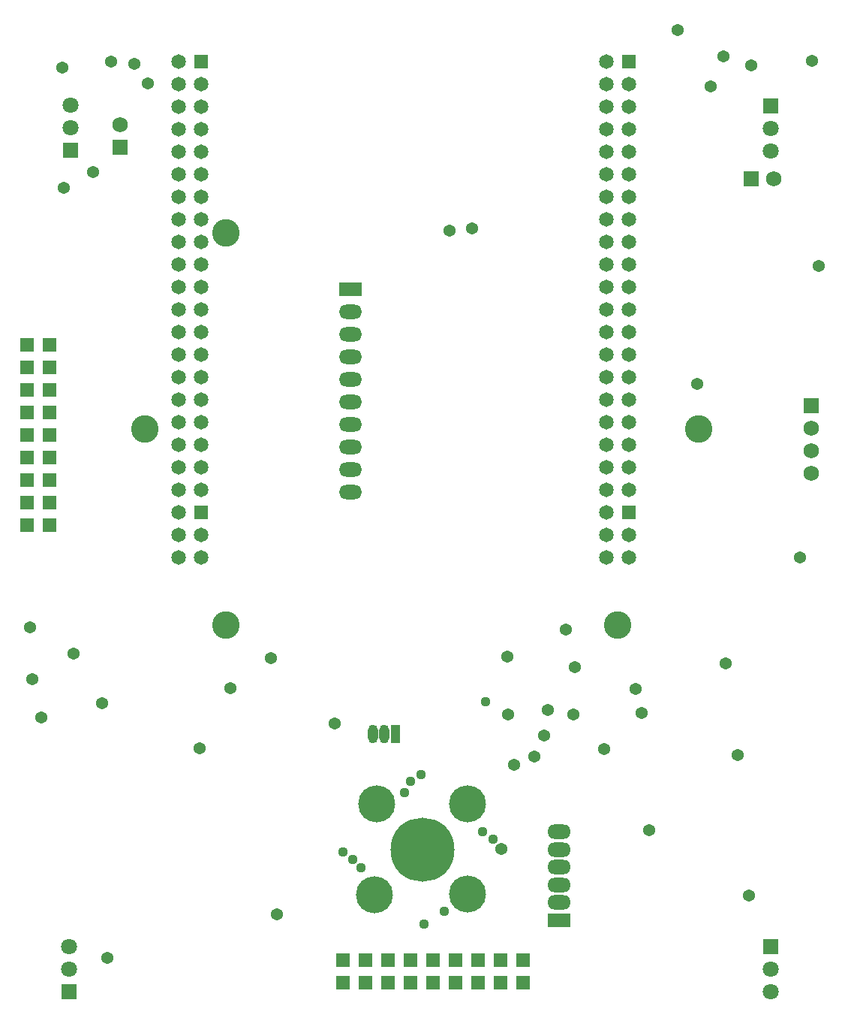
<source format=gbs>
%FSLAX25Y25*%
%MOIN*%
G70*
G01*
G75*
G04 Layer_Color=16711935*
%ADD10R,0.03740X0.03937*%
%ADD11P,0.04454X4X90.0*%
G04:AMPARAMS|DCode=12|XSize=37.4mil|YSize=39.37mil|CornerRadius=0mil|HoleSize=0mil|Usage=FLASHONLY|Rotation=315.000|XOffset=0mil|YOffset=0mil|HoleType=Round|Shape=Rectangle|*
%AMROTATEDRECTD12*
4,1,4,-0.02714,-0.00070,0.00070,0.02714,0.02714,0.00070,-0.00070,-0.02714,-0.02714,-0.00070,0.0*
%
%ADD12ROTATEDRECTD12*%

%ADD13R,0.04200X0.02500*%
G04:AMPARAMS|DCode=14|XSize=106.3mil|YSize=62.99mil|CornerRadius=0mil|HoleSize=0mil|Usage=FLASHONLY|Rotation=225.000|XOffset=0mil|YOffset=0mil|HoleType=Round|Shape=Rectangle|*
%AMROTATEDRECTD14*
4,1,4,0.01531,0.05985,0.05985,0.01531,-0.01531,-0.05985,-0.05985,-0.01531,0.01531,0.05985,0.0*
%
%ADD14ROTATEDRECTD14*%

G04:AMPARAMS|DCode=15|XSize=106.3mil|YSize=62.99mil|CornerRadius=0mil|HoleSize=0mil|Usage=FLASHONLY|Rotation=315.000|XOffset=0mil|YOffset=0mil|HoleType=Round|Shape=Rectangle|*
%AMROTATEDRECTD15*
4,1,4,-0.05985,0.01531,-0.01531,0.05985,0.05985,-0.01531,0.01531,-0.05985,-0.05985,0.01531,0.0*
%
%ADD15ROTATEDRECTD15*%

G04:AMPARAMS|DCode=16|XSize=15.75mil|YSize=33.47mil|CornerRadius=0mil|HoleSize=0mil|Usage=FLASHONLY|Rotation=135.000|XOffset=0mil|YOffset=0mil|HoleType=Round|Shape=Rectangle|*
%AMROTATEDRECTD16*
4,1,4,0.01740,0.00626,-0.00626,-0.01740,-0.01740,-0.00626,0.00626,0.01740,0.01740,0.00626,0.0*
%
%ADD16ROTATEDRECTD16*%

G04:AMPARAMS|DCode=17|XSize=15.75mil|YSize=33.47mil|CornerRadius=0mil|HoleSize=0mil|Usage=FLASHONLY|Rotation=225.000|XOffset=0mil|YOffset=0mil|HoleType=Round|Shape=Rectangle|*
%AMROTATEDRECTD17*
4,1,4,-0.00626,0.01740,0.01740,-0.00626,0.00626,-0.01740,-0.01740,0.00626,-0.00626,0.01740,0.0*
%
%ADD17ROTATEDRECTD17*%

%ADD18R,0.04331X0.02559*%
%ADD19R,0.03150X0.03150*%
%ADD20O,0.03937X0.09843*%
%ADD21O,0.09843X0.03937*%
%ADD22R,0.03937X0.09843*%
%ADD23R,0.03150X0.03150*%
%ADD24R,0.03937X0.03740*%
%ADD25R,0.03602X0.04803*%
%ADD26R,0.15000X0.11000*%
%ADD27R,0.01024X0.00630*%
%ADD28R,0.01024X0.02008*%
%ADD29C,0.01500*%
%ADD30C,0.02000*%
%ADD31C,0.07500*%
%ADD32C,0.04000*%
%ADD33C,0.03000*%
%ADD34C,0.02500*%
%ADD35C,0.05000*%
%ADD36C,0.01000*%
%ADD37C,0.10000*%
%ADD38C,0.11800*%
%ADD39R,0.06496X0.06496*%
%ADD40C,0.06496*%
%ADD41O,0.10000X0.06000*%
%ADD42R,0.10000X0.05500*%
%ADD43R,0.06693X0.06693*%
%ADD44C,0.06693*%
%ADD45R,0.06496X0.06496*%
%ADD46C,0.28000*%
%ADD47R,0.04000X0.07874*%
%ADD48O,0.04000X0.07874*%
%ADD49O,0.03937X0.07874*%
%ADD50O,0.09843X0.06000*%
%ADD51R,0.09843X0.06000*%
%ADD52C,0.16000*%
%ADD53R,0.06000X0.06000*%
%ADD54R,0.06000X0.06000*%
%ADD55C,0.04000*%
%ADD56C,0.05000*%
%ADD57C,0.04500*%
%ADD58C,0.00984*%
%ADD59C,0.01181*%
%ADD60C,0.00787*%
%ADD61C,0.00700*%
%ADD62C,0.00800*%
G04:AMPARAMS|DCode=63|XSize=19.69mil|YSize=62.99mil|CornerRadius=0mil|HoleSize=0mil|Usage=FLASHONLY|Rotation=45.000|XOffset=0mil|YOffset=0mil|HoleType=Round|Shape=Rectangle|*
%AMROTATEDRECTD63*
4,1,4,0.01531,-0.02923,-0.02923,0.01531,-0.01531,0.02923,0.02923,-0.01531,0.01531,-0.02923,0.0*
%
%ADD63ROTATEDRECTD63*%

%ADD64R,0.01000X0.11000*%
%ADD65R,0.10350X0.01000*%
%ADD66R,0.03000X0.01500*%
%ADD67R,0.01500X0.03000*%
%ADD68R,0.01968X0.06299*%
%ADD69R,0.06299X0.01969*%
%ADD70R,0.02000X0.09200*%
%ADD71R,0.24700X0.02000*%
%ADD72R,0.01969X0.06299*%
%ADD73R,0.06299X0.01968*%
%ADD74R,0.04140X0.04337*%
%ADD75P,0.05020X4X90.0*%
G04:AMPARAMS|DCode=76|XSize=41.4mil|YSize=43.37mil|CornerRadius=0mil|HoleSize=0mil|Usage=FLASHONLY|Rotation=315.000|XOffset=0mil|YOffset=0mil|HoleType=Round|Shape=Rectangle|*
%AMROTATEDRECTD76*
4,1,4,-0.02997,-0.00070,0.00070,0.02997,0.02997,0.00070,-0.00070,-0.02997,-0.02997,-0.00070,0.0*
%
%ADD76ROTATEDRECTD76*%

%ADD77R,0.04600X0.02900*%
G04:AMPARAMS|DCode=78|XSize=110.3mil|YSize=66.99mil|CornerRadius=0mil|HoleSize=0mil|Usage=FLASHONLY|Rotation=225.000|XOffset=0mil|YOffset=0mil|HoleType=Round|Shape=Rectangle|*
%AMROTATEDRECTD78*
4,1,4,0.01531,0.06268,0.06268,0.01531,-0.01531,-0.06268,-0.06268,-0.01531,0.01531,0.06268,0.0*
%
%ADD78ROTATEDRECTD78*%

G04:AMPARAMS|DCode=79|XSize=110.3mil|YSize=66.99mil|CornerRadius=0mil|HoleSize=0mil|Usage=FLASHONLY|Rotation=315.000|XOffset=0mil|YOffset=0mil|HoleType=Round|Shape=Rectangle|*
%AMROTATEDRECTD79*
4,1,4,-0.06268,0.01531,-0.01531,0.06268,0.06268,-0.01531,0.01531,-0.06268,-0.06268,0.01531,0.0*
%
%ADD79ROTATEDRECTD79*%

G04:AMPARAMS|DCode=80|XSize=19.75mil|YSize=37.47mil|CornerRadius=0mil|HoleSize=0mil|Usage=FLASHONLY|Rotation=135.000|XOffset=0mil|YOffset=0mil|HoleType=Round|Shape=Rectangle|*
%AMROTATEDRECTD80*
4,1,4,0.02023,0.00626,-0.00626,-0.02023,-0.02023,-0.00626,0.00626,0.02023,0.02023,0.00626,0.0*
%
%ADD80ROTATEDRECTD80*%

G04:AMPARAMS|DCode=81|XSize=19.75mil|YSize=37.47mil|CornerRadius=0mil|HoleSize=0mil|Usage=FLASHONLY|Rotation=225.000|XOffset=0mil|YOffset=0mil|HoleType=Round|Shape=Rectangle|*
%AMROTATEDRECTD81*
4,1,4,-0.00626,0.02023,0.02023,-0.00626,0.00626,-0.02023,-0.02023,0.00626,-0.00626,0.02023,0.0*
%
%ADD81ROTATEDRECTD81*%

%ADD82R,0.04731X0.02959*%
%ADD83R,0.03550X0.03550*%
%ADD84O,0.04337X0.10243*%
%ADD85O,0.10243X0.04337*%
%ADD86R,0.04337X0.10243*%
%ADD87R,0.03550X0.03550*%
%ADD88R,0.04337X0.04140*%
%ADD89R,0.04002X0.05203*%
%ADD90R,0.15400X0.11400*%
%ADD91R,0.01424X0.01030*%
%ADD92R,0.01424X0.02408*%
%ADD93C,0.12200*%
%ADD94O,0.10400X0.06400*%
%ADD95R,0.10400X0.05900*%
%ADD96R,0.07093X0.07093*%
%ADD97C,0.07093*%
%ADD98R,0.06896X0.06896*%
%ADD99C,0.06896*%
%ADD100R,0.06896X0.06896*%
%ADD101C,0.28400*%
%ADD102R,0.04400X0.08274*%
%ADD103O,0.04400X0.08274*%
%ADD104O,0.04337X0.08274*%
%ADD105O,0.10243X0.06400*%
%ADD106R,0.10243X0.06400*%
%ADD107C,0.16400*%
%ADD108R,0.06400X0.06400*%
%ADD109R,0.06400X0.06400*%
%ADD110C,0.04400*%
%ADD111C,0.05400*%
D39*
X280000Y-225000D02*
D03*
Y-25000D02*
D03*
X90000Y-225000D02*
D03*
Y-25000D02*
D03*
D40*
X270000Y-225000D02*
D03*
X280000Y-235000D02*
D03*
X270000D02*
D03*
X280000Y-245000D02*
D03*
X270000D02*
D03*
Y-215000D02*
D03*
X280000D02*
D03*
X270000Y-205000D02*
D03*
X280000D02*
D03*
X270000Y-195000D02*
D03*
X280000D02*
D03*
X270000Y-185000D02*
D03*
X280000D02*
D03*
X270000Y-175000D02*
D03*
X280000D02*
D03*
X270000Y-165000D02*
D03*
X280000D02*
D03*
X270000Y-155000D02*
D03*
X280000D02*
D03*
X270000Y-145000D02*
D03*
X280000D02*
D03*
X270000Y-135000D02*
D03*
X280000D02*
D03*
X270000Y-125000D02*
D03*
X280000D02*
D03*
X270000Y-85000D02*
D03*
X280000D02*
D03*
X270000Y-75000D02*
D03*
X280000D02*
D03*
X270000Y-65000D02*
D03*
X280000D02*
D03*
X270000Y-55000D02*
D03*
X280000D02*
D03*
X270000Y-45000D02*
D03*
X280000D02*
D03*
X270000Y-35000D02*
D03*
X280000D02*
D03*
X270000Y-25000D02*
D03*
X280000Y-95000D02*
D03*
X270000D02*
D03*
X280000Y-105000D02*
D03*
X270000D02*
D03*
X280000Y-115000D02*
D03*
X270000D02*
D03*
X80000Y-225000D02*
D03*
X90000Y-235000D02*
D03*
X80000D02*
D03*
X90000Y-245000D02*
D03*
X80000D02*
D03*
Y-215000D02*
D03*
X90000D02*
D03*
X80000Y-205000D02*
D03*
X90000D02*
D03*
X80000Y-195000D02*
D03*
X90000D02*
D03*
X80000Y-185000D02*
D03*
X90000D02*
D03*
X80000Y-175000D02*
D03*
X90000D02*
D03*
X80000Y-165000D02*
D03*
X90000D02*
D03*
X80000Y-155000D02*
D03*
X90000D02*
D03*
X80000Y-145000D02*
D03*
X90000D02*
D03*
X80000Y-135000D02*
D03*
X90000D02*
D03*
X80000Y-125000D02*
D03*
X90000D02*
D03*
X80000Y-85000D02*
D03*
X90000D02*
D03*
X80000Y-75000D02*
D03*
X90000D02*
D03*
X80000Y-65000D02*
D03*
X90000D02*
D03*
X80000Y-55000D02*
D03*
X90000D02*
D03*
X80000Y-45000D02*
D03*
X90000D02*
D03*
X80000Y-35000D02*
D03*
X90000D02*
D03*
X80000Y-25000D02*
D03*
X90000Y-95000D02*
D03*
X80000D02*
D03*
X90000Y-105000D02*
D03*
X80000D02*
D03*
X90000Y-115000D02*
D03*
X80000D02*
D03*
D93*
X275000Y-275000D02*
D03*
X311000Y-188000D02*
D03*
X101000Y-101000D02*
D03*
X65000Y-188000D02*
D03*
X101000Y-275000D02*
D03*
D94*
X249186Y-366531D02*
D03*
Y-374405D02*
D03*
Y-382279D02*
D03*
Y-390153D02*
D03*
Y-398027D02*
D03*
D95*
Y-405901D02*
D03*
D96*
X343000Y-44500D02*
D03*
Y-417500D02*
D03*
X31500Y-437500D02*
D03*
X32104Y-64319D02*
D03*
D97*
X343000Y-54500D02*
D03*
Y-64500D02*
D03*
Y-427500D02*
D03*
Y-437500D02*
D03*
X31500Y-427500D02*
D03*
Y-417500D02*
D03*
X32104Y-54318D02*
D03*
Y-44319D02*
D03*
D98*
X54000Y-63000D02*
D03*
X361000Y-177500D02*
D03*
D99*
X54000Y-53000D02*
D03*
X344268Y-76972D02*
D03*
X361000Y-187500D02*
D03*
Y-197500D02*
D03*
Y-207500D02*
D03*
D100*
X334268Y-76972D02*
D03*
D101*
X188500Y-374500D02*
D03*
D102*
X176321Y-323241D02*
D03*
D103*
X171320D02*
D03*
D104*
X166321D02*
D03*
D105*
X156299Y-215831D02*
D03*
Y-205831D02*
D03*
Y-195831D02*
D03*
Y-185831D02*
D03*
Y-175831D02*
D03*
Y-165831D02*
D03*
Y-155831D02*
D03*
Y-145831D02*
D03*
Y-135831D02*
D03*
D106*
Y-125831D02*
D03*
D107*
X168008Y-354287D02*
D03*
X208475Y-394367D02*
D03*
Y-354287D02*
D03*
X167233Y-394625D02*
D03*
D108*
X12889Y-230428D02*
D03*
X22889D02*
D03*
X12889Y-220428D02*
D03*
X22889D02*
D03*
X12889Y-210428D02*
D03*
X22889D02*
D03*
X12889Y-200428D02*
D03*
X22889D02*
D03*
X12889Y-190428D02*
D03*
X22889D02*
D03*
X12889Y-180428D02*
D03*
X22889D02*
D03*
X12889Y-170428D02*
D03*
X22889D02*
D03*
X12889Y-160428D02*
D03*
X22889D02*
D03*
X12889Y-150428D02*
D03*
X22889D02*
D03*
D109*
X233038Y-433565D02*
D03*
Y-423565D02*
D03*
X223038Y-433565D02*
D03*
Y-423565D02*
D03*
X213038Y-433565D02*
D03*
Y-423565D02*
D03*
X203038Y-433565D02*
D03*
Y-423565D02*
D03*
X193038Y-433565D02*
D03*
Y-423565D02*
D03*
X183038Y-433565D02*
D03*
Y-423565D02*
D03*
X173038Y-433565D02*
D03*
Y-423565D02*
D03*
X163038Y-433565D02*
D03*
Y-423565D02*
D03*
X153038Y-433565D02*
D03*
Y-423565D02*
D03*
D110*
X161102Y-382446D02*
D03*
X198000Y-402000D02*
D03*
X189189Y-407523D02*
D03*
X180488Y-349220D02*
D03*
X183099Y-344067D02*
D03*
X215159Y-366535D02*
D03*
X157281Y-378766D02*
D03*
X153198Y-375418D02*
D03*
X187765Y-341110D02*
D03*
X216500Y-309000D02*
D03*
X219635Y-369746D02*
D03*
D111*
X301872Y-10999D02*
D03*
X333494Y-394737D02*
D03*
X123750Y-403085D02*
D03*
X238230Y-333281D02*
D03*
X269095Y-329951D02*
D03*
X223280Y-374125D02*
D03*
X226500Y-314500D02*
D03*
X255500D02*
D03*
X285821Y-313875D02*
D03*
X244146Y-312404D02*
D03*
X149452Y-318606D02*
D03*
X283221Y-303128D02*
D03*
X121000Y-289500D02*
D03*
X289000Y-366000D02*
D03*
X48500Y-422500D02*
D03*
X226000Y-289000D02*
D03*
X252000Y-277000D02*
D03*
X328500Y-332500D02*
D03*
X323000Y-292000D02*
D03*
X356000Y-245000D02*
D03*
X364500Y-115500D02*
D03*
X310500Y-168000D02*
D03*
X322000Y-22500D02*
D03*
X334500Y-26500D02*
D03*
X361500Y-24500D02*
D03*
X50000Y-25000D02*
D03*
X28500Y-27500D02*
D03*
X66500Y-34500D02*
D03*
X60500Y-26000D02*
D03*
X316500Y-36000D02*
D03*
X210500Y-99000D02*
D03*
X200500Y-100000D02*
D03*
X46000Y-309500D02*
D03*
X19000Y-316000D02*
D03*
X15000Y-299000D02*
D03*
X89500Y-329500D02*
D03*
X14000Y-276000D02*
D03*
X33500Y-287500D02*
D03*
X103000Y-303000D02*
D03*
X29000Y-81000D02*
D03*
X42000Y-74000D02*
D03*
X229000Y-337000D02*
D03*
X256000Y-293500D02*
D03*
X242500Y-324000D02*
D03*
M02*

</source>
